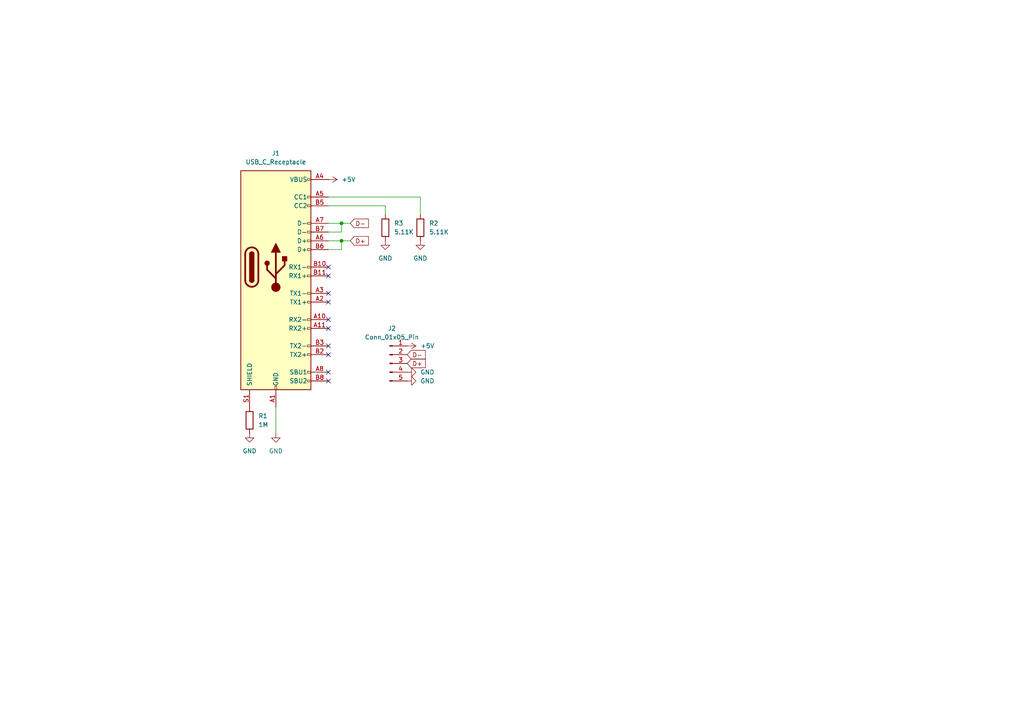
<source format=kicad_sch>
(kicad_sch (version 20250114) (generator "eeschema") (generator_version "9.0")
  (paper "A4")
  (lib_symbols
    (symbol "Connector:Conn_01x05_Pin" (pin_names (offset 1.016) (hide yes))
      (property "Reference" "J" (at 0 7.62 0))
      (property "Value" "Conn_01x05_Pin" (at 0 -7.62 0))
      (symbol "Conn_01x05_Pin_1_1"
        (rectangle (start 0.8636 5.207) (end 0 4.953) (stroke (width 0.1524)) (fill (type outline)))
        (rectangle (start 0.8636 2.667) (end 0 2.413) (stroke (width 0.1524)) (fill (type outline)))
        (rectangle (start 0.8636 0.127) (end 0 -0.127) (stroke (width 0.1524)) (fill (type outline)))
        (rectangle (start 0.8636 -2.413) (end 0 -2.667) (stroke (width 0.1524)) (fill (type outline)))
        (rectangle (start 0.8636 -4.953) (end 0 -5.207) (stroke (width 0.1524)) (fill (type outline)))
        (polyline (pts (xy 1.27 5.08) (xy 0.8636 5.08)) (stroke (width 0.1524)))
        (polyline (pts (xy 1.27 2.54) (xy 0.8636 2.54)) (stroke (width 0.1524)))
        (polyline (pts (xy 1.27 0) (xy 0.8636 0)) (stroke (width 0.1524)))
        (polyline (pts (xy 1.27 -2.54) (xy 0.8636 -2.54)) (stroke (width 0.1524)))
        (polyline (pts (xy 1.27 -5.08) (xy 0.8636 -5.08)) (stroke (width 0.1524)))
        (pin passive line (at 5.08 5.08 180) (length 3.81) (name "Pin_1") (number "1"))
        (pin passive line (at 5.08 2.54 180) (length 3.81) (name "Pin_2") (number "2"))
        (pin passive line (at 5.08 0 180) (length 3.81) (name "Pin_3") (number "3"))
        (pin passive line (at 5.08 -2.54 180) (length 3.81) (name "Pin_4") (number "4"))
        (pin passive line (at 5.08 -5.08 180) (length 3.81) (name "Pin_5") (number "5"))
      )
    )
    (symbol "Connector:USB_C_Receptacle" (pin_names (offset 1.016))
      (property "Reference" "J" (at -10.16 29.21 0))
      (property "Value" "USB_C_Receptacle" (at 10.16 29.21 0))
      (symbol "USB_C_Receptacle_0_0"
        (rectangle (start -0.254 -35.56) (end 0.254 -34.544))
        (rectangle (start 10.16 25.654) (end 9.144 25.146))
        (rectangle (start 10.16 20.574) (end 9.144 20.066))
        (rectangle (start 10.16 18.034) (end 9.144 17.526))
        (rectangle (start 10.16 12.954) (end 9.144 12.446))
        (rectangle (start 10.16 10.414) (end 9.144 9.906))
        (rectangle (start 10.16 7.874) (end 9.144 7.366))
        (rectangle (start 10.16 5.334) (end 9.144 4.826))
        (rectangle (start 10.16 0.254) (end 9.144 -0.254))
        (rectangle (start 10.16 -2.286) (end 9.144 -2.794))
        (rectangle (start 10.16 -7.366) (end 9.144 -7.874))
        (rectangle (start 10.16 -9.906) (end 9.144 -10.414))
        (rectangle (start 10.16 -14.986) (end 9.144 -15.494))
        (rectangle (start 10.16 -17.526) (end 9.144 -18.034))
        (rectangle (start 10.16 -22.606) (end 9.144 -23.114))
        (rectangle (start 10.16 -25.146) (end 9.144 -25.654))
        (rectangle (start 10.16 -30.226) (end 9.144 -30.734))
        (rectangle (start 10.16 -32.766) (end 9.144 -33.274))
      )
      (symbol "USB_C_Receptacle_0_1"
        (rectangle (start -10.16 27.94) (end 10.16 -35.56) (stroke (width 0.254)) (fill (type background)))
        (polyline (pts (xy -8.89 -3.81) (xy -8.89 3.81)) (stroke (width 0.508)))
        (rectangle (start -7.62 -3.81) (end -6.35 3.81) (stroke (width 0.254)) (fill (type outline)))
        (arc (start -7.62 3.81) (mid -6.985 4.4423) (end -6.35 3.81) (stroke (width 0.254)))
        (arc (start -7.62 3.81) (mid -6.985 4.4423) (end -6.35 3.81) (stroke (width 0.254)) (fill (type outline)))
        (arc (start -8.89 3.81) (mid -6.985 5.7067) (end -5.08 3.81) (stroke (width 0.508)))
        (arc (start -5.08 -3.81) (mid -6.985 -5.7067) (end -8.89 -3.81) (stroke (width 0.508)))
        (arc (start -6.35 -3.81) (mid -6.985 -4.4423) (end -7.62 -3.81) (stroke (width 0.254)))
        (arc (start -6.35 -3.81) (mid -6.985 -4.4423) (end -7.62 -3.81) (stroke (width 0.254)) (fill (type outline)))
        (polyline (pts (xy -5.08 3.81) (xy -5.08 -3.81)) (stroke (width 0.508)))
      )
      (symbol "USB_C_Receptacle_1_1"
        (circle (center -2.54 1.143) (radius 0.635) (stroke (width 0.254)) (fill (type outline)))
        (polyline (pts (xy -1.27 4.318) (xy 0 6.858) (xy 1.27 4.318) (xy -1.27 4.318)) (stroke (width 0.254)) (fill (type outline)))
        (polyline (pts (xy 0 -2.032) (xy 2.54 0.508) (xy 2.54 1.778)) (stroke (width 0.508)))
        (polyline (pts (xy 0 -3.302) (xy -2.54 -0.762) (xy -2.54 0.508)) (stroke (width 0.508)))
        (polyline (pts (xy 0 -5.842) (xy 0 4.318)) (stroke (width 0.508)))
        (circle (center 0 -5.842) (radius 1.27) (fill (type outline)))
        (rectangle (start 1.905 1.778) (end 3.175 3.048) (stroke (width 0.254)) (fill (type outline)))
        (pin passive line (at -7.62 -40.64 90) (length 5.08) (name "SHIELD") (number "S1"))
        (pin passive line (at 0 -40.64 90) (length 5.08) (name "GND") (number "A1"))
        (pin passive line (at 0 -40.64 90) (length 5.08) (hide yes) (name "GND") (number "A12"))
        (pin passive line (at 0 -40.64 90) (length 5.08) (hide yes) (name "GND") (number "B1"))
        (pin passive line (at 0 -40.64 90) (length 5.08) (hide yes) (name "GND") (number "B12"))
        (pin passive line (at 15.24 25.4 180) (length 5.08) (name "VBUS") (number "A4"))
        (pin passive line (at 15.24 25.4 180) (length 5.08) (hide yes) (name "VBUS") (number "A9"))
        (pin passive line (at 15.24 25.4 180) (length 5.08) (hide yes) (name "VBUS") (number "B4"))
        (pin passive line (at 15.24 25.4 180) (length 5.08) (hide yes) (name "VBUS") (number "B9"))
        (pin bidirectional line (at 15.24 20.32 180) (length 5.08) (name "CC1") (number "A5"))
        (pin bidirectional line (at 15.24 17.78 180) (length 5.08) (name "CC2") (number "B5"))
        (pin bidirectional line (at 15.24 12.7 180) (length 5.08) (name "D-") (number "A7"))
        (pin bidirectional line (at 15.24 10.16 180) (length 5.08) (name "D-") (number "B7"))
        (pin bidirectional line (at 15.24 7.62 180) (length 5.08) (name "D+") (number "A6"))
        (pin bidirectional line (at 15.24 5.08 180) (length 5.08) (name "D+") (number "B6"))
        (pin bidirectional line (at 15.24 0 180) (length 5.08) (name "RX1-") (number "B10"))
        (pin bidirectional line (at 15.24 -2.54 180) (length 5.08) (name "RX1+") (number "B11"))
        (pin bidirectional line (at 15.24 -7.62 180) (length 5.08) (name "TX1-") (number "A3"))
        (pin bidirectional line (at 15.24 -10.16 180) (length 5.08) (name "TX1+") (number "A2"))
        (pin bidirectional line (at 15.24 -15.24 180) (length 5.08) (name "RX2-") (number "A10"))
        (pin bidirectional line (at 15.24 -17.78 180) (length 5.08) (name "RX2+") (number "A11"))
        (pin bidirectional line (at 15.24 -22.86 180) (length 5.08) (name "TX2-") (number "B3"))
        (pin bidirectional line (at 15.24 -25.4 180) (length 5.08) (name "TX2+") (number "B2"))
        (pin bidirectional line (at 15.24 -30.48 180) (length 5.08) (name "SBU1") (number "A8"))
        (pin bidirectional line (at 15.24 -33.02 180) (length 5.08) (name "SBU2") (number "B8"))
      )
    )
    (symbol "Device:R" (pin_numbers (hide yes)) (pin_names (offset 0))
      (property "Reference" "R" (at 2.032 0 90))
      (property "Value" "R" (at 0 0 90))
      (symbol "R_0_1"
        (rectangle (start -1.016 -2.54) (end 1.016 2.54) (stroke (width 0.254)))
      )
      (symbol "R_1_1"
        (pin passive line (at 0 3.81 270) (length 1.27) (name "~") (number "1"))
        (pin passive line (at 0 -3.81 90) (length 1.27) (name "~") (number "2"))
      )
    )
    (symbol "power:+5V" (power) (pin_numbers (hide yes)) (pin_names (offset 0) (hide yes))
      (property "Value" "+5V" (at 0 3.556 0))
      (symbol "+5V_0_1"
        (polyline (pts (xy -0.762 1.27) (xy 0 2.54)))
        (polyline (pts (xy 0 2.54) (xy 0.762 1.27)))
        (polyline (pts (xy 0 0) (xy 0 2.54)))
      )
      (symbol "+5V_1_1"
        (pin power_in line (at 0 0 90) (length 0) (name "~") (number "1"))
      )
    )
    (symbol "power:GND" (power) (pin_numbers (hide yes)) (pin_names (offset 0) (hide yes))
      (property "Value" "GND" (at 0 -3.81 0))
      (symbol "GND_0_1"
        (polyline (pts (xy 0 0) (xy 0 -1.27) (xy 1.27 -1.27) (xy 0 -2.54) (xy -1.27 -1.27) (xy 0 -1.27)))
      )
      (symbol "GND_1_1"
        (pin power_in line (at 0 0 270) (length 0) (name "~") (number "1"))
      )
    )
  )
  (junction (at 99.06 69.85))
  (junction (at 99.06 64.77))
  (no_connect (at 95.25 87.63))
  (no_connect (at 95.25 107.95))
  (no_connect (at 95.25 77.47))
  (no_connect (at 95.25 110.49))
  (no_connect (at 95.25 102.87))
  (no_connect (at 95.25 85.09))
  (no_connect (at 95.25 92.71))
  (no_connect (at 95.25 80.01))
  (no_connect (at 95.25 95.25))
  (no_connect (at 95.25 100.33))
  (wire (pts (xy 101.6 69.85) (xy 99.06 69.85)))
  (wire (pts (xy 99.06 67.31) (xy 99.06 64.77)))
  (wire (pts (xy 80.01 125.73) (xy 80.01 118.11)))
  (wire (pts (xy 99.06 69.85) (xy 95.25 69.85)))
  (wire (pts (xy 95.25 67.31) (xy 99.06 67.31)))
  (wire (pts (xy 99.06 64.77) (xy 95.25 64.77)))
  (wire (pts (xy 121.92 57.15) (xy 121.92 62.23)))
  (wire (pts (xy 95.25 59.69) (xy 111.76 59.69)))
  (wire (pts (xy 111.76 59.69) (xy 111.76 62.23)))
  (wire (pts (xy 95.25 72.39) (xy 99.06 72.39)))
  (wire (pts (xy 95.25 57.15) (xy 121.92 57.15)))
  (wire (pts (xy 101.6 64.77) (xy 99.06 64.77)))
  (wire (pts (xy 99.06 72.39) (xy 99.06 69.85)))
  (global_label "D-" (shape input) (at 101.6 64.77 0) (property "Intersheetrefs" "${INTERSHEET_REFS}" (effects (hide yes))))
  (global_label "D+" (shape input) (at 118.11 105.41 0) (property "Intersheetrefs" "${INTERSHEET_REFS}" (effects (hide yes))))
  (global_label "D-" (shape input) (at 118.11 102.87 0) (property "Intersheetrefs" "${INTERSHEET_REFS}" (effects (hide yes))))
  (global_label "D+" (shape input) (at 101.6 69.85 0) (property "Intersheetrefs" "${INTERSHEET_REFS}" (effects (hide yes))))
  (symbol (lib_id "Connector:Conn_01x05_Pin") (at 113.03 105.41 0) (unit 1)
    (property "Reference" "J2" (at 113.665 95.25 0))
    (property "Value" "Conn_01x05_Pin" (at 113.665 97.79 0))
    (property "Footprint" "Connector_PinHeader_2.00mm:PinHeader_1x05_P2.00mm_Vertical" (effects (hide yes)))
    (property "Description" "Generic connector, single row, 01x05, script generated" (effects (hide yes)))
  )
  (symbol (lib_id "Device:R") (at 121.92 66.04 0) (unit 1)
    (property "Reference" "R2" (at 124.46 64.7699 0) (effects (justify left)))
    (property "Value" "5.11K" (at 124.46 67.3099 0) (effects (justify left)))
    (property "Footprint" "Resistor_SMD:R_1206_3216Metric_Pad1.30x1.75mm_HandSolder" (effects (hide yes)))
    (property "Description" "Resistor" (effects (hide yes)))
  )
  (symbol (lib_id "power:GND") (at 121.92 69.85 0) (unit 1)
    (property "Reference" "#PWR05" (effects (hide yes)))
    (property "Value" "GND" (at 121.92 74.93 0))
    (property "Description" "Power symbol creates a global label with name \"GND\" , ground" (effects (hide yes)))
  )
  (symbol (lib_id "power:GND") (at 72.39 125.73 0) (unit 1)
    (property "Reference" "#PWR03" (effects (hide yes)))
    (property "Value" "GND" (at 72.39 130.81 0))
    (property "Description" "Power symbol creates a global label with name \"GND\" , ground" (effects (hide yes)))
  )
  (symbol (lib_id "Device:R") (at 111.76 66.04 0) (unit 1)
    (property "Reference" "R3" (at 114.3 64.7699 0) (effects (justify left)))
    (property "Value" "5.11K" (at 114.3 67.3099 0) (effects (justify left)))
    (property "Footprint" "Resistor_SMD:R_1206_3216Metric_Pad1.30x1.75mm_HandSolder" (effects (hide yes)))
    (property "Description" "Resistor" (effects (hide yes)))
  )
  (symbol (lib_id "power:GND") (at 118.11 110.49 90) (unit 1)
    (property "Reference" "#PWR08" (effects (hide yes)))
    (property "Value" "GND" (at 121.92 110.4899 90) (effects (justify right)))
    (property "Description" "Power symbol creates a global label with name \"GND\" , ground" (effects (hide yes)))
  )
  (symbol (lib_id "power:GND") (at 118.11 107.95 90) (unit 1)
    (property "Reference" "#PWR07" (effects (hide yes)))
    (property "Value" "GND" (at 121.92 107.9499 90) (effects (justify right)))
    (property "Description" "Power symbol creates a global label with name \"GND\" , ground" (effects (hide yes)))
  )
  (symbol (lib_id "Device:R") (at 72.39 121.92 0) (unit 1)
    (property "Reference" "R1" (at 74.93 120.6499 0) (effects (justify left)))
    (property "Value" "1M" (at 74.93 123.1899 0) (effects (justify left)))
    (property "Footprint" "Resistor_SMD:R_1206_3216Metric_Pad1.30x1.75mm_HandSolder" (effects (hide yes)))
    (property "Description" "Resistor" (effects (hide yes)))
  )
  (symbol (lib_id "power:+5V") (at 95.25 52.07 270) (unit 1)
    (property "Reference" "#PWR02" (effects (hide yes)))
    (property "Value" "+5V" (at 99.06 52.0699 90) (effects (justify left)))
    (property "Description" "Power symbol creates a global label with name \"+5V\"" (effects (hide yes)))
  )
  (symbol (lib_id "power:GND") (at 80.01 125.73 0) (unit 1)
    (property "Reference" "#PWR01" (effects (hide yes)))
    (property "Value" "GND" (at 80.01 130.81 0))
    (property "Description" "Power symbol creates a global label with name \"GND\" , ground" (effects (hide yes)))
  )
  (symbol (lib_id "power:+5V") (at 118.11 100.33 270) (unit 1)
    (property "Reference" "#PWR06" (effects (hide yes)))
    (property "Value" "+5V" (at 121.92 100.3299 90) (effects (justify left)))
    (property "Description" "Power symbol creates a global label with name \"+5V\"" (effects (hide yes)))
  )
  (symbol (lib_id "power:GND") (at 111.76 69.85 0) (unit 1)
    (property "Reference" "#PWR04" (effects (hide yes)))
    (property "Value" "GND" (at 111.76 74.93 0))
    (property "Description" "Power symbol creates a global label with name \"GND\" , ground" (effects (hide yes)))
  )
  (symbol (lib_id "Connector:USB_C_Receptacle") (at 80.01 77.47 0) (unit 1)
    (property "Reference" "J1" (at 80.01 44.45 0))
    (property "Value" "USB_C_Receptacle" (at 80.01 46.99 0))
    (property "Footprint" "Connector_USB:USB_C_Receptacle_GCT_USB4105-xx-A_16P_TopMnt_Horizontal" (effects (hide yes)))
    (property "Datasheet" "https://www.usb.org/sites/default/files/documents/usb_type-c.zip" (effects (hide yes)))
    (property "Description" "USB Full-Featured Type-C Receptacle connector" (effects (hide yes)))
  )
)
</source>
